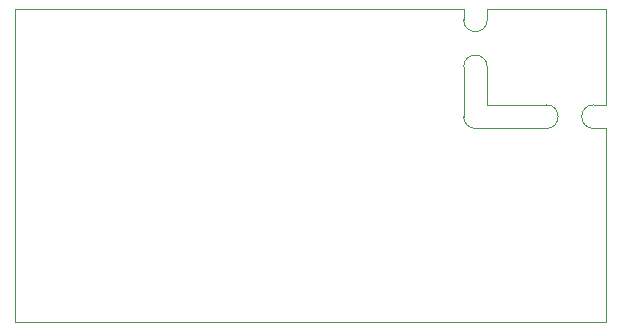
<source format=gbr>
%TF.GenerationSoftware,KiCad,Pcbnew,6.0.10-86aedd382b~118~ubuntu22.04.1*%
%TF.CreationDate,2023-01-11T10:16:45+01:00*%
%TF.ProjectId,nuc-compute-cluster-environment-sensor,6e75632d-636f-46d7-9075-74652d636c75,rev?*%
%TF.SameCoordinates,Original*%
%TF.FileFunction,Other,ECO1*%
%FSLAX46Y46*%
G04 Gerber Fmt 4.6, Leading zero omitted, Abs format (unit mm)*
G04 Created by KiCad (PCBNEW 6.0.10-86aedd382b~118~ubuntu22.04.1) date 2023-01-11 10:16:45 commit a17aeb8*
%MOMM*%
%LPD*%
G01*
G04 APERTURE LIST*
%TA.AperFunction,Profile*%
%ADD10C,0.100000*%
%TD*%
G04 APERTURE END LIST*
D10*
X50000000Y18350000D02*
X50000000Y26500000D01*
X48950000Y18350000D02*
G75*
G03*
X48950000Y16350000I0J-1000000D01*
G01*
X44950000Y16350000D02*
G75*
G03*
X44950000Y18350000I0J1000000D01*
G01*
X50000000Y16350000D02*
X50000000Y0D01*
X39950000Y26500000D02*
X50000000Y26500000D01*
X0Y26500000D02*
X0Y0D01*
X48950000Y16350000D02*
X50000000Y16350000D01*
X37950000Y26500000D02*
X0Y26500000D01*
X37948194Y17351594D02*
G75*
G03*
X38948209Y16351594I1000006J6D01*
G01*
X39950000Y18350000D02*
X44950000Y18350000D01*
X39950000Y18350000D02*
X39950000Y21550000D01*
X37950000Y25550000D02*
X37950000Y26500000D01*
X37950000Y21550000D02*
X37948209Y17351594D01*
X39950000Y21550000D02*
G75*
G03*
X37950000Y21550000I-1000000J0D01*
G01*
X48950000Y18350000D02*
X50000000Y18350000D01*
X39950000Y25550000D02*
X39950000Y26500000D01*
X37950000Y25550000D02*
G75*
G03*
X39950000Y25550000I1000000J0D01*
G01*
X38948209Y16351594D02*
X44950000Y16350000D01*
X0Y0D02*
X50000000Y0D01*
M02*

</source>
